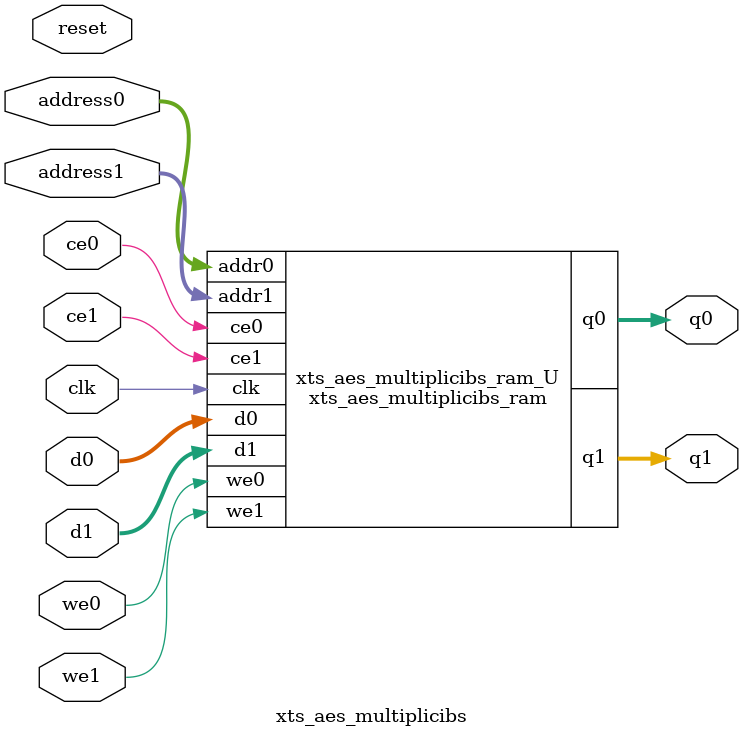
<source format=v>
`timescale 1 ns / 1 ps
module xts_aes_multiplicibs_ram (addr0, ce0, d0, we0, q0, addr1, ce1, d1, we1, q1,  clk);

parameter DWIDTH = 8;
parameter AWIDTH = 12;
parameter MEM_SIZE = 3840;

input[AWIDTH-1:0] addr0;
input ce0;
input[DWIDTH-1:0] d0;
input we0;
output reg[DWIDTH-1:0] q0;
input[AWIDTH-1:0] addr1;
input ce1;
input[DWIDTH-1:0] d1;
input we1;
output reg[DWIDTH-1:0] q1;
input clk;

(* ram_style = "block" *)reg [DWIDTH-1:0] ram[0:MEM_SIZE-1];




always @(posedge clk)  
begin 
    if (ce0) 
    begin
        if (we0) 
        begin 
            ram[addr0] <= d0; 
        end 
        q0 <= ram[addr0];
    end
end


always @(posedge clk)  
begin 
    if (ce1) 
    begin
        if (we1) 
        begin 
            ram[addr1] <= d1; 
        end 
        q1 <= ram[addr1];
    end
end


endmodule

`timescale 1 ns / 1 ps
module xts_aes_multiplicibs(
    reset,
    clk,
    address0,
    ce0,
    we0,
    d0,
    q0,
    address1,
    ce1,
    we1,
    d1,
    q1);

parameter DataWidth = 32'd8;
parameter AddressRange = 32'd3840;
parameter AddressWidth = 32'd12;
input reset;
input clk;
input[AddressWidth - 1:0] address0;
input ce0;
input we0;
input[DataWidth - 1:0] d0;
output[DataWidth - 1:0] q0;
input[AddressWidth - 1:0] address1;
input ce1;
input we1;
input[DataWidth - 1:0] d1;
output[DataWidth - 1:0] q1;



xts_aes_multiplicibs_ram xts_aes_multiplicibs_ram_U(
    .clk( clk ),
    .addr0( address0 ),
    .ce0( ce0 ),
    .we0( we0 ),
    .d0( d0 ),
    .q0( q0 ),
    .addr1( address1 ),
    .ce1( ce1 ),
    .we1( we1 ),
    .d1( d1 ),
    .q1( q1 ));

endmodule


</source>
